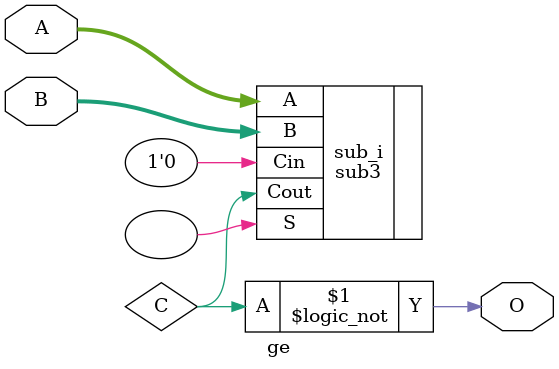
<source format=sv>
module ge #(
    parameter int WIDTH = 4
) (
    input logic [WIDTH-1:0] A,
    input logic [WIDTH-1:0] B,

    output logic O
);

  logic C;

  sub3 sub_i (
      .A(A),
      .B(B),
      .Cin(1'b0),
      .S(),
      .Cout(C)
  );

  assign O = !C;

endmodule

</source>
